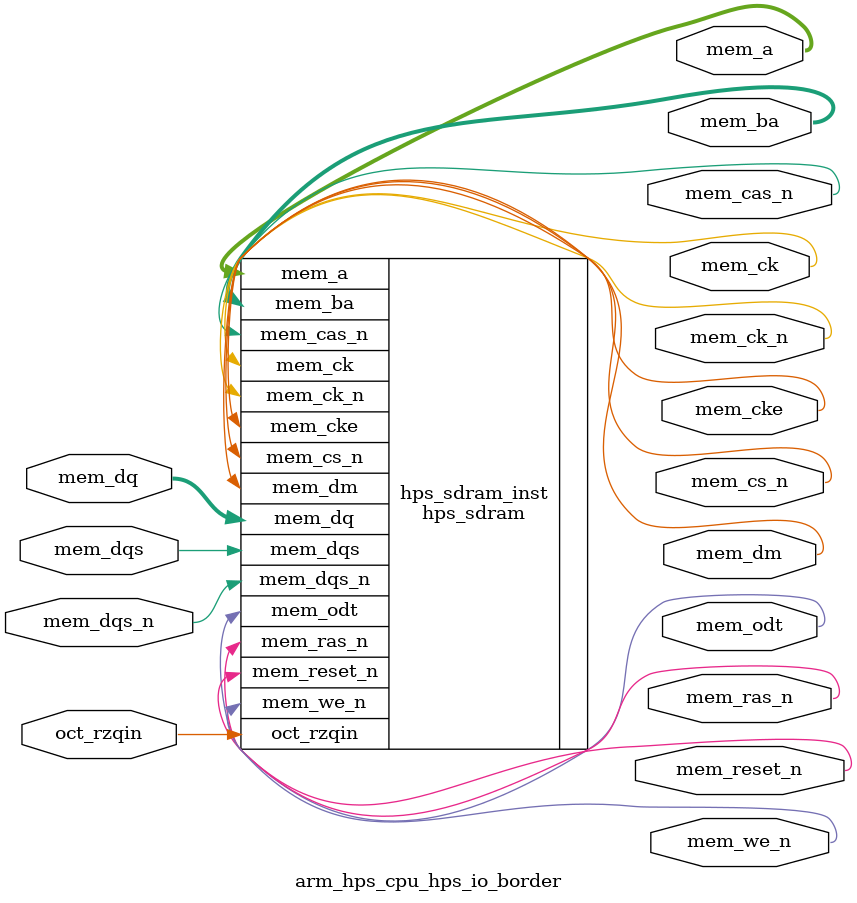
<source format=sv>


module arm_hps_cpu_hps_io_border(
// memory
  output wire [13 - 1 : 0 ] mem_a
 ,output wire [3 - 1 : 0 ] mem_ba
 ,output wire [1 - 1 : 0 ] mem_ck
 ,output wire [1 - 1 : 0 ] mem_ck_n
 ,output wire [1 - 1 : 0 ] mem_cke
 ,output wire [1 - 1 : 0 ] mem_cs_n
 ,output wire [1 - 1 : 0 ] mem_ras_n
 ,output wire [1 - 1 : 0 ] mem_cas_n
 ,output wire [1 - 1 : 0 ] mem_we_n
 ,output wire [1 - 1 : 0 ] mem_reset_n
 ,inout wire [8 - 1 : 0 ] mem_dq
 ,inout wire [1 - 1 : 0 ] mem_dqs
 ,inout wire [1 - 1 : 0 ] mem_dqs_n
 ,output wire [1 - 1 : 0 ] mem_odt
 ,output wire [1 - 1 : 0 ] mem_dm
 ,input wire [1 - 1 : 0 ] oct_rzqin
);


hps_sdram hps_sdram_inst(
 .mem_dq({
    mem_dq[7:0] // 7:0
  })
,.mem_odt({
    mem_odt[0:0] // 0:0
  })
,.mem_ras_n({
    mem_ras_n[0:0] // 0:0
  })
,.mem_dqs_n({
    mem_dqs_n[0:0] // 0:0
  })
,.mem_dqs({
    mem_dqs[0:0] // 0:0
  })
,.mem_dm({
    mem_dm[0:0] // 0:0
  })
,.mem_we_n({
    mem_we_n[0:0] // 0:0
  })
,.mem_cas_n({
    mem_cas_n[0:0] // 0:0
  })
,.mem_ba({
    mem_ba[2:0] // 2:0
  })
,.mem_a({
    mem_a[12:0] // 12:0
  })
,.mem_cs_n({
    mem_cs_n[0:0] // 0:0
  })
,.mem_ck({
    mem_ck[0:0] // 0:0
  })
,.mem_cke({
    mem_cke[0:0] // 0:0
  })
,.oct_rzqin({
    oct_rzqin[0:0] // 0:0
  })
,.mem_reset_n({
    mem_reset_n[0:0] // 0:0
  })
,.mem_ck_n({
    mem_ck_n[0:0] // 0:0
  })
);

endmodule


</source>
